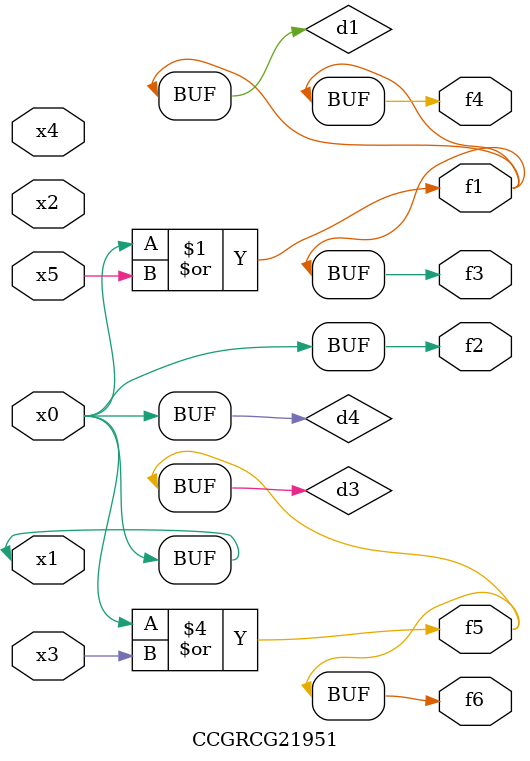
<source format=v>
module CCGRCG21951(
	input x0, x1, x2, x3, x4, x5,
	output f1, f2, f3, f4, f5, f6
);

	wire d1, d2, d3, d4;

	or (d1, x0, x5);
	xnor (d2, x1, x4);
	or (d3, x0, x3);
	buf (d4, x0, x1);
	assign f1 = d1;
	assign f2 = d4;
	assign f3 = d1;
	assign f4 = d1;
	assign f5 = d3;
	assign f6 = d3;
endmodule

</source>
